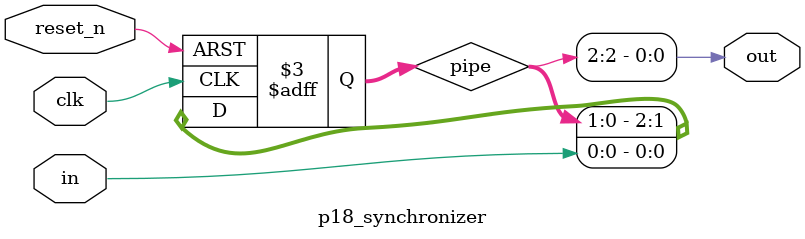
<source format=sv>

`timescale 1ns / 1ps
`default_nettype none

module p18_synchronizer #(
    parameter int FF_COUNT = 3
) (
    input  logic clk,
    input  logic reset_n,
    input  logic in,
    output logic out
);

    reg [FF_COUNT-1:0] pipe;

    always_ff @(posedge clk, negedge reset_n) begin
        if (!reset_n) begin
            pipe <= '0;
        end else begin
            pipe <= {pipe[FF_COUNT-2:0], in};
        end
    end

    assign out = pipe[FF_COUNT-1];

endmodule

</source>
